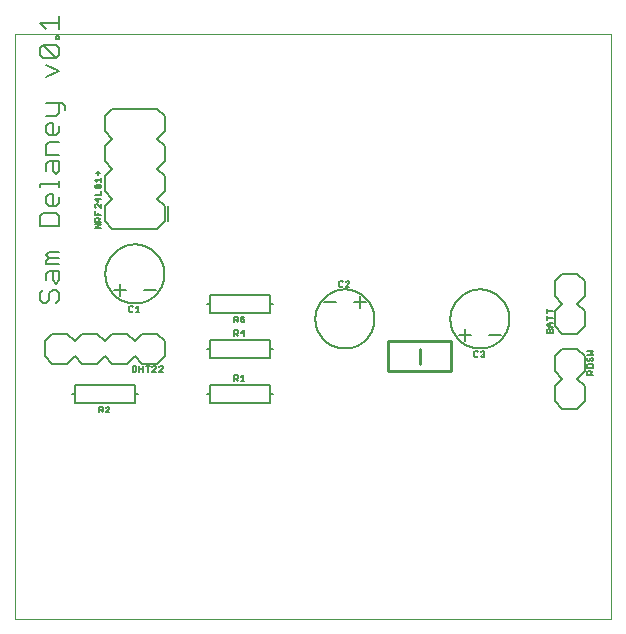
<source format=gto>
G75*
%MOIN*%
%OFA0B0*%
%FSLAX25Y25*%
%IPPOS*%
%LPD*%
%AMOC8*
5,1,8,0,0,1.08239X$1,22.5*
%
%ADD10C,0.00000*%
%ADD11C,0.00600*%
%ADD12C,0.00800*%
%ADD13C,0.00500*%
%ADD14C,0.01000*%
D10*
X0006800Y0006800D02*
X0006800Y0201761D01*
X0205501Y0201761D01*
X0205501Y0006800D01*
X0006800Y0006800D01*
D11*
X0016162Y0112100D02*
X0017230Y0112100D01*
X0018297Y0113168D01*
X0018297Y0115303D01*
X0019365Y0116370D01*
X0020432Y0116370D01*
X0021500Y0115303D01*
X0021500Y0113168D01*
X0020432Y0112100D01*
X0016162Y0112100D02*
X0015095Y0113168D01*
X0015095Y0115303D01*
X0016162Y0116370D01*
X0017230Y0119613D02*
X0017230Y0121748D01*
X0018297Y0122816D01*
X0021500Y0122816D01*
X0021500Y0119613D01*
X0020432Y0118545D01*
X0019365Y0119613D01*
X0019365Y0122816D01*
X0021500Y0124991D02*
X0017230Y0124991D01*
X0017230Y0126059D01*
X0018297Y0127126D01*
X0017230Y0128194D01*
X0018297Y0129261D01*
X0021500Y0129261D01*
X0021500Y0127126D02*
X0018297Y0127126D01*
X0015095Y0137882D02*
X0015095Y0141085D01*
X0016162Y0142152D01*
X0020432Y0142152D01*
X0021500Y0141085D01*
X0021500Y0137882D01*
X0015095Y0137882D01*
X0018297Y0144327D02*
X0017230Y0145395D01*
X0017230Y0147530D01*
X0018297Y0148598D01*
X0019365Y0148598D01*
X0019365Y0144327D01*
X0020432Y0144327D02*
X0018297Y0144327D01*
X0020432Y0144327D02*
X0021500Y0145395D01*
X0021500Y0147530D01*
X0021500Y0150773D02*
X0021500Y0152908D01*
X0021500Y0151841D02*
X0015095Y0151841D01*
X0015095Y0150773D01*
X0020432Y0155070D02*
X0019365Y0156138D01*
X0019365Y0159340D01*
X0018297Y0159340D02*
X0021500Y0159340D01*
X0021500Y0156138D01*
X0020432Y0155070D01*
X0017230Y0156138D02*
X0017230Y0158273D01*
X0018297Y0159340D01*
X0017230Y0161515D02*
X0017230Y0164718D01*
X0018297Y0165786D01*
X0021500Y0165786D01*
X0020432Y0167961D02*
X0018297Y0167961D01*
X0017230Y0169029D01*
X0017230Y0171164D01*
X0018297Y0172231D01*
X0019365Y0172231D01*
X0019365Y0167961D01*
X0020432Y0167961D02*
X0021500Y0169029D01*
X0021500Y0171164D01*
X0020432Y0174406D02*
X0021500Y0175474D01*
X0021500Y0178677D01*
X0022568Y0178677D02*
X0023635Y0177609D01*
X0023635Y0176542D01*
X0022568Y0178677D02*
X0017230Y0178677D01*
X0017230Y0174406D02*
X0020432Y0174406D01*
X0021500Y0161515D02*
X0017230Y0161515D01*
X0017230Y0187297D02*
X0021500Y0189433D01*
X0017230Y0191568D01*
X0016162Y0193743D02*
X0015095Y0194811D01*
X0015095Y0196946D01*
X0016162Y0198013D01*
X0020432Y0193743D01*
X0021500Y0194811D01*
X0021500Y0196946D01*
X0020432Y0198013D01*
X0016162Y0198013D01*
X0016162Y0193743D02*
X0020432Y0193743D01*
X0020432Y0200188D02*
X0020432Y0201256D01*
X0021500Y0201256D01*
X0021500Y0200188D01*
X0020432Y0200188D01*
X0021500Y0203411D02*
X0021500Y0207682D01*
X0021500Y0205546D02*
X0015095Y0205546D01*
X0017230Y0203411D01*
D12*
X0039300Y0176800D02*
X0054300Y0176800D01*
X0056800Y0174300D01*
X0056800Y0169300D01*
X0054300Y0166800D01*
X0056800Y0164300D01*
X0056800Y0159300D01*
X0054300Y0156800D01*
X0056800Y0154300D01*
X0056800Y0149300D01*
X0054300Y0146800D01*
X0056800Y0144300D01*
X0056800Y0139300D01*
X0054300Y0136800D01*
X0039300Y0136800D01*
X0036800Y0139300D01*
X0036800Y0144300D01*
X0039300Y0146800D01*
X0036800Y0149300D01*
X0036800Y0154300D01*
X0039300Y0156800D01*
X0036800Y0159300D01*
X0036800Y0164300D01*
X0039300Y0166800D01*
X0036800Y0169300D01*
X0036800Y0174300D01*
X0039300Y0176800D01*
X0057800Y0144300D02*
X0057800Y0139300D01*
X0056800Y0139300D02*
X0054300Y0136800D01*
X0039300Y0136800D01*
X0036800Y0139300D01*
X0036957Y0121800D02*
X0036960Y0122042D01*
X0036969Y0122283D01*
X0036984Y0122524D01*
X0037004Y0122765D01*
X0037031Y0123005D01*
X0037064Y0123244D01*
X0037102Y0123483D01*
X0037146Y0123720D01*
X0037196Y0123957D01*
X0037252Y0124192D01*
X0037314Y0124425D01*
X0037381Y0124657D01*
X0037454Y0124888D01*
X0037532Y0125116D01*
X0037617Y0125342D01*
X0037706Y0125567D01*
X0037801Y0125789D01*
X0037902Y0126008D01*
X0038008Y0126226D01*
X0038119Y0126440D01*
X0038236Y0126652D01*
X0038357Y0126860D01*
X0038484Y0127066D01*
X0038616Y0127268D01*
X0038753Y0127468D01*
X0038894Y0127663D01*
X0039040Y0127856D01*
X0039191Y0128044D01*
X0039347Y0128229D01*
X0039507Y0128410D01*
X0039671Y0128587D01*
X0039840Y0128760D01*
X0040013Y0128929D01*
X0040190Y0129093D01*
X0040371Y0129253D01*
X0040556Y0129409D01*
X0040744Y0129560D01*
X0040937Y0129706D01*
X0041132Y0129847D01*
X0041332Y0129984D01*
X0041534Y0130116D01*
X0041740Y0130243D01*
X0041948Y0130364D01*
X0042160Y0130481D01*
X0042374Y0130592D01*
X0042592Y0130698D01*
X0042811Y0130799D01*
X0043033Y0130894D01*
X0043258Y0130983D01*
X0043484Y0131068D01*
X0043712Y0131146D01*
X0043943Y0131219D01*
X0044175Y0131286D01*
X0044408Y0131348D01*
X0044643Y0131404D01*
X0044880Y0131454D01*
X0045117Y0131498D01*
X0045356Y0131536D01*
X0045595Y0131569D01*
X0045835Y0131596D01*
X0046076Y0131616D01*
X0046317Y0131631D01*
X0046558Y0131640D01*
X0046800Y0131643D01*
X0047042Y0131640D01*
X0047283Y0131631D01*
X0047524Y0131616D01*
X0047765Y0131596D01*
X0048005Y0131569D01*
X0048244Y0131536D01*
X0048483Y0131498D01*
X0048720Y0131454D01*
X0048957Y0131404D01*
X0049192Y0131348D01*
X0049425Y0131286D01*
X0049657Y0131219D01*
X0049888Y0131146D01*
X0050116Y0131068D01*
X0050342Y0130983D01*
X0050567Y0130894D01*
X0050789Y0130799D01*
X0051008Y0130698D01*
X0051226Y0130592D01*
X0051440Y0130481D01*
X0051652Y0130364D01*
X0051860Y0130243D01*
X0052066Y0130116D01*
X0052268Y0129984D01*
X0052468Y0129847D01*
X0052663Y0129706D01*
X0052856Y0129560D01*
X0053044Y0129409D01*
X0053229Y0129253D01*
X0053410Y0129093D01*
X0053587Y0128929D01*
X0053760Y0128760D01*
X0053929Y0128587D01*
X0054093Y0128410D01*
X0054253Y0128229D01*
X0054409Y0128044D01*
X0054560Y0127856D01*
X0054706Y0127663D01*
X0054847Y0127468D01*
X0054984Y0127268D01*
X0055116Y0127066D01*
X0055243Y0126860D01*
X0055364Y0126652D01*
X0055481Y0126440D01*
X0055592Y0126226D01*
X0055698Y0126008D01*
X0055799Y0125789D01*
X0055894Y0125567D01*
X0055983Y0125342D01*
X0056068Y0125116D01*
X0056146Y0124888D01*
X0056219Y0124657D01*
X0056286Y0124425D01*
X0056348Y0124192D01*
X0056404Y0123957D01*
X0056454Y0123720D01*
X0056498Y0123483D01*
X0056536Y0123244D01*
X0056569Y0123005D01*
X0056596Y0122765D01*
X0056616Y0122524D01*
X0056631Y0122283D01*
X0056640Y0122042D01*
X0056643Y0121800D01*
X0056640Y0121558D01*
X0056631Y0121317D01*
X0056616Y0121076D01*
X0056596Y0120835D01*
X0056569Y0120595D01*
X0056536Y0120356D01*
X0056498Y0120117D01*
X0056454Y0119880D01*
X0056404Y0119643D01*
X0056348Y0119408D01*
X0056286Y0119175D01*
X0056219Y0118943D01*
X0056146Y0118712D01*
X0056068Y0118484D01*
X0055983Y0118258D01*
X0055894Y0118033D01*
X0055799Y0117811D01*
X0055698Y0117592D01*
X0055592Y0117374D01*
X0055481Y0117160D01*
X0055364Y0116948D01*
X0055243Y0116740D01*
X0055116Y0116534D01*
X0054984Y0116332D01*
X0054847Y0116132D01*
X0054706Y0115937D01*
X0054560Y0115744D01*
X0054409Y0115556D01*
X0054253Y0115371D01*
X0054093Y0115190D01*
X0053929Y0115013D01*
X0053760Y0114840D01*
X0053587Y0114671D01*
X0053410Y0114507D01*
X0053229Y0114347D01*
X0053044Y0114191D01*
X0052856Y0114040D01*
X0052663Y0113894D01*
X0052468Y0113753D01*
X0052268Y0113616D01*
X0052066Y0113484D01*
X0051860Y0113357D01*
X0051652Y0113236D01*
X0051440Y0113119D01*
X0051226Y0113008D01*
X0051008Y0112902D01*
X0050789Y0112801D01*
X0050567Y0112706D01*
X0050342Y0112617D01*
X0050116Y0112532D01*
X0049888Y0112454D01*
X0049657Y0112381D01*
X0049425Y0112314D01*
X0049192Y0112252D01*
X0048957Y0112196D01*
X0048720Y0112146D01*
X0048483Y0112102D01*
X0048244Y0112064D01*
X0048005Y0112031D01*
X0047765Y0112004D01*
X0047524Y0111984D01*
X0047283Y0111969D01*
X0047042Y0111960D01*
X0046800Y0111957D01*
X0046558Y0111960D01*
X0046317Y0111969D01*
X0046076Y0111984D01*
X0045835Y0112004D01*
X0045595Y0112031D01*
X0045356Y0112064D01*
X0045117Y0112102D01*
X0044880Y0112146D01*
X0044643Y0112196D01*
X0044408Y0112252D01*
X0044175Y0112314D01*
X0043943Y0112381D01*
X0043712Y0112454D01*
X0043484Y0112532D01*
X0043258Y0112617D01*
X0043033Y0112706D01*
X0042811Y0112801D01*
X0042592Y0112902D01*
X0042374Y0113008D01*
X0042160Y0113119D01*
X0041948Y0113236D01*
X0041740Y0113357D01*
X0041534Y0113484D01*
X0041332Y0113616D01*
X0041132Y0113753D01*
X0040937Y0113894D01*
X0040744Y0114040D01*
X0040556Y0114191D01*
X0040371Y0114347D01*
X0040190Y0114507D01*
X0040013Y0114671D01*
X0039840Y0114840D01*
X0039671Y0115013D01*
X0039507Y0115190D01*
X0039347Y0115371D01*
X0039191Y0115556D01*
X0039040Y0115744D01*
X0038894Y0115937D01*
X0038753Y0116132D01*
X0038616Y0116332D01*
X0038484Y0116534D01*
X0038357Y0116740D01*
X0038236Y0116948D01*
X0038119Y0117160D01*
X0038008Y0117374D01*
X0037902Y0117592D01*
X0037801Y0117811D01*
X0037706Y0118033D01*
X0037617Y0118258D01*
X0037532Y0118484D01*
X0037454Y0118712D01*
X0037381Y0118943D01*
X0037314Y0119175D01*
X0037252Y0119408D01*
X0037196Y0119643D01*
X0037146Y0119880D01*
X0037102Y0120117D01*
X0037064Y0120356D01*
X0037031Y0120595D01*
X0037004Y0120835D01*
X0036984Y0121076D01*
X0036969Y0121317D01*
X0036960Y0121558D01*
X0036957Y0121800D01*
X0041879Y0118300D02*
X0041879Y0114300D01*
X0039879Y0116300D02*
X0043879Y0116300D01*
X0049721Y0116300D02*
X0053721Y0116300D01*
X0054300Y0101800D02*
X0049300Y0101800D01*
X0046800Y0099300D01*
X0044300Y0101800D01*
X0039300Y0101800D01*
X0036800Y0099300D01*
X0034300Y0101800D01*
X0029300Y0101800D01*
X0026800Y0099300D01*
X0024300Y0101800D01*
X0019300Y0101800D01*
X0016800Y0099300D01*
X0016800Y0094300D01*
X0019300Y0091800D01*
X0024300Y0091800D01*
X0026800Y0094300D01*
X0029300Y0091800D01*
X0034300Y0091800D01*
X0036800Y0094300D01*
X0039300Y0091800D01*
X0044300Y0091800D01*
X0046800Y0094300D01*
X0049300Y0091800D01*
X0054300Y0091800D01*
X0056800Y0094300D01*
X0056800Y0099300D01*
X0054300Y0101800D01*
X0070800Y0096800D02*
X0071800Y0096800D01*
X0071800Y0099800D01*
X0091800Y0099800D01*
X0091800Y0096800D01*
X0092800Y0096800D01*
X0091800Y0096800D02*
X0091800Y0093800D01*
X0071800Y0093800D01*
X0071800Y0096800D01*
X0071800Y0084800D02*
X0071800Y0081800D01*
X0070800Y0081800D01*
X0071800Y0081800D02*
X0071800Y0078800D01*
X0091800Y0078800D01*
X0091800Y0081800D01*
X0092800Y0081800D01*
X0091800Y0081800D02*
X0091800Y0084800D01*
X0071800Y0084800D01*
X0047800Y0081800D02*
X0046800Y0081800D01*
X0046800Y0078800D01*
X0026800Y0078800D01*
X0026800Y0081800D01*
X0025800Y0081800D01*
X0026800Y0081800D02*
X0026800Y0084800D01*
X0046800Y0084800D01*
X0046800Y0081800D01*
X0071800Y0108800D02*
X0071800Y0111800D01*
X0070800Y0111800D01*
X0071800Y0111800D02*
X0071800Y0114800D01*
X0091800Y0114800D01*
X0091800Y0111800D01*
X0092800Y0111800D01*
X0091800Y0111800D02*
X0091800Y0108800D01*
X0071800Y0108800D01*
X0109879Y0112300D02*
X0113879Y0112300D01*
X0106957Y0106800D02*
X0106960Y0107042D01*
X0106969Y0107283D01*
X0106984Y0107524D01*
X0107004Y0107765D01*
X0107031Y0108005D01*
X0107064Y0108244D01*
X0107102Y0108483D01*
X0107146Y0108720D01*
X0107196Y0108957D01*
X0107252Y0109192D01*
X0107314Y0109425D01*
X0107381Y0109657D01*
X0107454Y0109888D01*
X0107532Y0110116D01*
X0107617Y0110342D01*
X0107706Y0110567D01*
X0107801Y0110789D01*
X0107902Y0111008D01*
X0108008Y0111226D01*
X0108119Y0111440D01*
X0108236Y0111652D01*
X0108357Y0111860D01*
X0108484Y0112066D01*
X0108616Y0112268D01*
X0108753Y0112468D01*
X0108894Y0112663D01*
X0109040Y0112856D01*
X0109191Y0113044D01*
X0109347Y0113229D01*
X0109507Y0113410D01*
X0109671Y0113587D01*
X0109840Y0113760D01*
X0110013Y0113929D01*
X0110190Y0114093D01*
X0110371Y0114253D01*
X0110556Y0114409D01*
X0110744Y0114560D01*
X0110937Y0114706D01*
X0111132Y0114847D01*
X0111332Y0114984D01*
X0111534Y0115116D01*
X0111740Y0115243D01*
X0111948Y0115364D01*
X0112160Y0115481D01*
X0112374Y0115592D01*
X0112592Y0115698D01*
X0112811Y0115799D01*
X0113033Y0115894D01*
X0113258Y0115983D01*
X0113484Y0116068D01*
X0113712Y0116146D01*
X0113943Y0116219D01*
X0114175Y0116286D01*
X0114408Y0116348D01*
X0114643Y0116404D01*
X0114880Y0116454D01*
X0115117Y0116498D01*
X0115356Y0116536D01*
X0115595Y0116569D01*
X0115835Y0116596D01*
X0116076Y0116616D01*
X0116317Y0116631D01*
X0116558Y0116640D01*
X0116800Y0116643D01*
X0117042Y0116640D01*
X0117283Y0116631D01*
X0117524Y0116616D01*
X0117765Y0116596D01*
X0118005Y0116569D01*
X0118244Y0116536D01*
X0118483Y0116498D01*
X0118720Y0116454D01*
X0118957Y0116404D01*
X0119192Y0116348D01*
X0119425Y0116286D01*
X0119657Y0116219D01*
X0119888Y0116146D01*
X0120116Y0116068D01*
X0120342Y0115983D01*
X0120567Y0115894D01*
X0120789Y0115799D01*
X0121008Y0115698D01*
X0121226Y0115592D01*
X0121440Y0115481D01*
X0121652Y0115364D01*
X0121860Y0115243D01*
X0122066Y0115116D01*
X0122268Y0114984D01*
X0122468Y0114847D01*
X0122663Y0114706D01*
X0122856Y0114560D01*
X0123044Y0114409D01*
X0123229Y0114253D01*
X0123410Y0114093D01*
X0123587Y0113929D01*
X0123760Y0113760D01*
X0123929Y0113587D01*
X0124093Y0113410D01*
X0124253Y0113229D01*
X0124409Y0113044D01*
X0124560Y0112856D01*
X0124706Y0112663D01*
X0124847Y0112468D01*
X0124984Y0112268D01*
X0125116Y0112066D01*
X0125243Y0111860D01*
X0125364Y0111652D01*
X0125481Y0111440D01*
X0125592Y0111226D01*
X0125698Y0111008D01*
X0125799Y0110789D01*
X0125894Y0110567D01*
X0125983Y0110342D01*
X0126068Y0110116D01*
X0126146Y0109888D01*
X0126219Y0109657D01*
X0126286Y0109425D01*
X0126348Y0109192D01*
X0126404Y0108957D01*
X0126454Y0108720D01*
X0126498Y0108483D01*
X0126536Y0108244D01*
X0126569Y0108005D01*
X0126596Y0107765D01*
X0126616Y0107524D01*
X0126631Y0107283D01*
X0126640Y0107042D01*
X0126643Y0106800D01*
X0126640Y0106558D01*
X0126631Y0106317D01*
X0126616Y0106076D01*
X0126596Y0105835D01*
X0126569Y0105595D01*
X0126536Y0105356D01*
X0126498Y0105117D01*
X0126454Y0104880D01*
X0126404Y0104643D01*
X0126348Y0104408D01*
X0126286Y0104175D01*
X0126219Y0103943D01*
X0126146Y0103712D01*
X0126068Y0103484D01*
X0125983Y0103258D01*
X0125894Y0103033D01*
X0125799Y0102811D01*
X0125698Y0102592D01*
X0125592Y0102374D01*
X0125481Y0102160D01*
X0125364Y0101948D01*
X0125243Y0101740D01*
X0125116Y0101534D01*
X0124984Y0101332D01*
X0124847Y0101132D01*
X0124706Y0100937D01*
X0124560Y0100744D01*
X0124409Y0100556D01*
X0124253Y0100371D01*
X0124093Y0100190D01*
X0123929Y0100013D01*
X0123760Y0099840D01*
X0123587Y0099671D01*
X0123410Y0099507D01*
X0123229Y0099347D01*
X0123044Y0099191D01*
X0122856Y0099040D01*
X0122663Y0098894D01*
X0122468Y0098753D01*
X0122268Y0098616D01*
X0122066Y0098484D01*
X0121860Y0098357D01*
X0121652Y0098236D01*
X0121440Y0098119D01*
X0121226Y0098008D01*
X0121008Y0097902D01*
X0120789Y0097801D01*
X0120567Y0097706D01*
X0120342Y0097617D01*
X0120116Y0097532D01*
X0119888Y0097454D01*
X0119657Y0097381D01*
X0119425Y0097314D01*
X0119192Y0097252D01*
X0118957Y0097196D01*
X0118720Y0097146D01*
X0118483Y0097102D01*
X0118244Y0097064D01*
X0118005Y0097031D01*
X0117765Y0097004D01*
X0117524Y0096984D01*
X0117283Y0096969D01*
X0117042Y0096960D01*
X0116800Y0096957D01*
X0116558Y0096960D01*
X0116317Y0096969D01*
X0116076Y0096984D01*
X0115835Y0097004D01*
X0115595Y0097031D01*
X0115356Y0097064D01*
X0115117Y0097102D01*
X0114880Y0097146D01*
X0114643Y0097196D01*
X0114408Y0097252D01*
X0114175Y0097314D01*
X0113943Y0097381D01*
X0113712Y0097454D01*
X0113484Y0097532D01*
X0113258Y0097617D01*
X0113033Y0097706D01*
X0112811Y0097801D01*
X0112592Y0097902D01*
X0112374Y0098008D01*
X0112160Y0098119D01*
X0111948Y0098236D01*
X0111740Y0098357D01*
X0111534Y0098484D01*
X0111332Y0098616D01*
X0111132Y0098753D01*
X0110937Y0098894D01*
X0110744Y0099040D01*
X0110556Y0099191D01*
X0110371Y0099347D01*
X0110190Y0099507D01*
X0110013Y0099671D01*
X0109840Y0099840D01*
X0109671Y0100013D01*
X0109507Y0100190D01*
X0109347Y0100371D01*
X0109191Y0100556D01*
X0109040Y0100744D01*
X0108894Y0100937D01*
X0108753Y0101132D01*
X0108616Y0101332D01*
X0108484Y0101534D01*
X0108357Y0101740D01*
X0108236Y0101948D01*
X0108119Y0102160D01*
X0108008Y0102374D01*
X0107902Y0102592D01*
X0107801Y0102811D01*
X0107706Y0103033D01*
X0107617Y0103258D01*
X0107532Y0103484D01*
X0107454Y0103712D01*
X0107381Y0103943D01*
X0107314Y0104175D01*
X0107252Y0104408D01*
X0107196Y0104643D01*
X0107146Y0104880D01*
X0107102Y0105117D01*
X0107064Y0105356D01*
X0107031Y0105595D01*
X0107004Y0105835D01*
X0106984Y0106076D01*
X0106969Y0106317D01*
X0106960Y0106558D01*
X0106957Y0106800D01*
X0119721Y0112300D02*
X0123721Y0112300D01*
X0121721Y0114300D02*
X0121721Y0110300D01*
X0154879Y0101300D02*
X0158879Y0101300D01*
X0156879Y0099300D02*
X0156879Y0103300D01*
X0151957Y0106800D02*
X0151960Y0107042D01*
X0151969Y0107283D01*
X0151984Y0107524D01*
X0152004Y0107765D01*
X0152031Y0108005D01*
X0152064Y0108244D01*
X0152102Y0108483D01*
X0152146Y0108720D01*
X0152196Y0108957D01*
X0152252Y0109192D01*
X0152314Y0109425D01*
X0152381Y0109657D01*
X0152454Y0109888D01*
X0152532Y0110116D01*
X0152617Y0110342D01*
X0152706Y0110567D01*
X0152801Y0110789D01*
X0152902Y0111008D01*
X0153008Y0111226D01*
X0153119Y0111440D01*
X0153236Y0111652D01*
X0153357Y0111860D01*
X0153484Y0112066D01*
X0153616Y0112268D01*
X0153753Y0112468D01*
X0153894Y0112663D01*
X0154040Y0112856D01*
X0154191Y0113044D01*
X0154347Y0113229D01*
X0154507Y0113410D01*
X0154671Y0113587D01*
X0154840Y0113760D01*
X0155013Y0113929D01*
X0155190Y0114093D01*
X0155371Y0114253D01*
X0155556Y0114409D01*
X0155744Y0114560D01*
X0155937Y0114706D01*
X0156132Y0114847D01*
X0156332Y0114984D01*
X0156534Y0115116D01*
X0156740Y0115243D01*
X0156948Y0115364D01*
X0157160Y0115481D01*
X0157374Y0115592D01*
X0157592Y0115698D01*
X0157811Y0115799D01*
X0158033Y0115894D01*
X0158258Y0115983D01*
X0158484Y0116068D01*
X0158712Y0116146D01*
X0158943Y0116219D01*
X0159175Y0116286D01*
X0159408Y0116348D01*
X0159643Y0116404D01*
X0159880Y0116454D01*
X0160117Y0116498D01*
X0160356Y0116536D01*
X0160595Y0116569D01*
X0160835Y0116596D01*
X0161076Y0116616D01*
X0161317Y0116631D01*
X0161558Y0116640D01*
X0161800Y0116643D01*
X0162042Y0116640D01*
X0162283Y0116631D01*
X0162524Y0116616D01*
X0162765Y0116596D01*
X0163005Y0116569D01*
X0163244Y0116536D01*
X0163483Y0116498D01*
X0163720Y0116454D01*
X0163957Y0116404D01*
X0164192Y0116348D01*
X0164425Y0116286D01*
X0164657Y0116219D01*
X0164888Y0116146D01*
X0165116Y0116068D01*
X0165342Y0115983D01*
X0165567Y0115894D01*
X0165789Y0115799D01*
X0166008Y0115698D01*
X0166226Y0115592D01*
X0166440Y0115481D01*
X0166652Y0115364D01*
X0166860Y0115243D01*
X0167066Y0115116D01*
X0167268Y0114984D01*
X0167468Y0114847D01*
X0167663Y0114706D01*
X0167856Y0114560D01*
X0168044Y0114409D01*
X0168229Y0114253D01*
X0168410Y0114093D01*
X0168587Y0113929D01*
X0168760Y0113760D01*
X0168929Y0113587D01*
X0169093Y0113410D01*
X0169253Y0113229D01*
X0169409Y0113044D01*
X0169560Y0112856D01*
X0169706Y0112663D01*
X0169847Y0112468D01*
X0169984Y0112268D01*
X0170116Y0112066D01*
X0170243Y0111860D01*
X0170364Y0111652D01*
X0170481Y0111440D01*
X0170592Y0111226D01*
X0170698Y0111008D01*
X0170799Y0110789D01*
X0170894Y0110567D01*
X0170983Y0110342D01*
X0171068Y0110116D01*
X0171146Y0109888D01*
X0171219Y0109657D01*
X0171286Y0109425D01*
X0171348Y0109192D01*
X0171404Y0108957D01*
X0171454Y0108720D01*
X0171498Y0108483D01*
X0171536Y0108244D01*
X0171569Y0108005D01*
X0171596Y0107765D01*
X0171616Y0107524D01*
X0171631Y0107283D01*
X0171640Y0107042D01*
X0171643Y0106800D01*
X0171640Y0106558D01*
X0171631Y0106317D01*
X0171616Y0106076D01*
X0171596Y0105835D01*
X0171569Y0105595D01*
X0171536Y0105356D01*
X0171498Y0105117D01*
X0171454Y0104880D01*
X0171404Y0104643D01*
X0171348Y0104408D01*
X0171286Y0104175D01*
X0171219Y0103943D01*
X0171146Y0103712D01*
X0171068Y0103484D01*
X0170983Y0103258D01*
X0170894Y0103033D01*
X0170799Y0102811D01*
X0170698Y0102592D01*
X0170592Y0102374D01*
X0170481Y0102160D01*
X0170364Y0101948D01*
X0170243Y0101740D01*
X0170116Y0101534D01*
X0169984Y0101332D01*
X0169847Y0101132D01*
X0169706Y0100937D01*
X0169560Y0100744D01*
X0169409Y0100556D01*
X0169253Y0100371D01*
X0169093Y0100190D01*
X0168929Y0100013D01*
X0168760Y0099840D01*
X0168587Y0099671D01*
X0168410Y0099507D01*
X0168229Y0099347D01*
X0168044Y0099191D01*
X0167856Y0099040D01*
X0167663Y0098894D01*
X0167468Y0098753D01*
X0167268Y0098616D01*
X0167066Y0098484D01*
X0166860Y0098357D01*
X0166652Y0098236D01*
X0166440Y0098119D01*
X0166226Y0098008D01*
X0166008Y0097902D01*
X0165789Y0097801D01*
X0165567Y0097706D01*
X0165342Y0097617D01*
X0165116Y0097532D01*
X0164888Y0097454D01*
X0164657Y0097381D01*
X0164425Y0097314D01*
X0164192Y0097252D01*
X0163957Y0097196D01*
X0163720Y0097146D01*
X0163483Y0097102D01*
X0163244Y0097064D01*
X0163005Y0097031D01*
X0162765Y0097004D01*
X0162524Y0096984D01*
X0162283Y0096969D01*
X0162042Y0096960D01*
X0161800Y0096957D01*
X0161558Y0096960D01*
X0161317Y0096969D01*
X0161076Y0096984D01*
X0160835Y0097004D01*
X0160595Y0097031D01*
X0160356Y0097064D01*
X0160117Y0097102D01*
X0159880Y0097146D01*
X0159643Y0097196D01*
X0159408Y0097252D01*
X0159175Y0097314D01*
X0158943Y0097381D01*
X0158712Y0097454D01*
X0158484Y0097532D01*
X0158258Y0097617D01*
X0158033Y0097706D01*
X0157811Y0097801D01*
X0157592Y0097902D01*
X0157374Y0098008D01*
X0157160Y0098119D01*
X0156948Y0098236D01*
X0156740Y0098357D01*
X0156534Y0098484D01*
X0156332Y0098616D01*
X0156132Y0098753D01*
X0155937Y0098894D01*
X0155744Y0099040D01*
X0155556Y0099191D01*
X0155371Y0099347D01*
X0155190Y0099507D01*
X0155013Y0099671D01*
X0154840Y0099840D01*
X0154671Y0100013D01*
X0154507Y0100190D01*
X0154347Y0100371D01*
X0154191Y0100556D01*
X0154040Y0100744D01*
X0153894Y0100937D01*
X0153753Y0101132D01*
X0153616Y0101332D01*
X0153484Y0101534D01*
X0153357Y0101740D01*
X0153236Y0101948D01*
X0153119Y0102160D01*
X0153008Y0102374D01*
X0152902Y0102592D01*
X0152801Y0102811D01*
X0152706Y0103033D01*
X0152617Y0103258D01*
X0152532Y0103484D01*
X0152454Y0103712D01*
X0152381Y0103943D01*
X0152314Y0104175D01*
X0152252Y0104408D01*
X0152196Y0104643D01*
X0152146Y0104880D01*
X0152102Y0105117D01*
X0152064Y0105356D01*
X0152031Y0105595D01*
X0152004Y0105835D01*
X0151984Y0106076D01*
X0151969Y0106317D01*
X0151960Y0106558D01*
X0151957Y0106800D01*
X0164721Y0101300D02*
X0168721Y0101300D01*
X0186800Y0104300D02*
X0189300Y0101800D01*
X0194300Y0101800D01*
X0196800Y0104300D01*
X0196800Y0109300D01*
X0194300Y0111800D01*
X0196800Y0114300D01*
X0196800Y0119300D01*
X0194300Y0121800D01*
X0189300Y0121800D01*
X0186800Y0119300D01*
X0186800Y0114300D01*
X0189300Y0111800D01*
X0186800Y0109300D01*
X0186800Y0104300D01*
X0189300Y0096800D02*
X0186800Y0094300D01*
X0186800Y0089300D01*
X0189300Y0086800D01*
X0186800Y0084300D01*
X0186800Y0079300D01*
X0189300Y0076800D01*
X0194300Y0076800D01*
X0196800Y0079300D01*
X0196800Y0084300D01*
X0194300Y0086800D01*
X0196800Y0089300D01*
X0196800Y0094300D01*
X0194300Y0096800D01*
X0189300Y0096800D01*
D13*
X0186050Y0102050D02*
X0184148Y0102050D01*
X0184148Y0103001D01*
X0184465Y0103318D01*
X0184782Y0103318D01*
X0185099Y0103001D01*
X0185099Y0102050D01*
X0185099Y0103001D02*
X0185416Y0103318D01*
X0185733Y0103318D01*
X0186050Y0103001D01*
X0186050Y0102050D01*
X0186050Y0104260D02*
X0184782Y0104260D01*
X0184148Y0104894D01*
X0184782Y0105528D01*
X0186050Y0105528D01*
X0185099Y0105528D02*
X0185099Y0104260D01*
X0184148Y0106470D02*
X0184148Y0107737D01*
X0184148Y0107104D02*
X0186050Y0107104D01*
X0186050Y0109314D02*
X0184148Y0109314D01*
X0184148Y0109947D02*
X0184148Y0108680D01*
X0197548Y0096108D02*
X0199450Y0096108D01*
X0198816Y0095474D01*
X0199450Y0094840D01*
X0197548Y0094840D01*
X0197865Y0093898D02*
X0197548Y0093581D01*
X0197548Y0092947D01*
X0197865Y0092630D01*
X0198182Y0092630D01*
X0198499Y0092947D01*
X0198499Y0093581D01*
X0198816Y0093898D01*
X0199133Y0093898D01*
X0199450Y0093581D01*
X0199450Y0092947D01*
X0199133Y0092630D01*
X0199133Y0091688D02*
X0197865Y0091688D01*
X0197548Y0091371D01*
X0197548Y0090420D01*
X0199450Y0090420D01*
X0199450Y0091371D01*
X0199133Y0091688D01*
X0199450Y0089478D02*
X0198816Y0088844D01*
X0198816Y0089161D02*
X0198816Y0088210D01*
X0199450Y0088210D02*
X0197548Y0088210D01*
X0197548Y0089161D01*
X0197865Y0089478D01*
X0198499Y0089478D01*
X0198816Y0089161D01*
X0163318Y0094467D02*
X0163001Y0094150D01*
X0162367Y0094150D01*
X0162050Y0094467D01*
X0162684Y0095101D02*
X0163001Y0095101D01*
X0163318Y0094784D01*
X0163318Y0094467D01*
X0163001Y0095101D02*
X0163318Y0095418D01*
X0163318Y0095735D01*
X0163001Y0096052D01*
X0162367Y0096052D01*
X0162050Y0095735D01*
X0161108Y0095735D02*
X0160791Y0096052D01*
X0160157Y0096052D01*
X0159840Y0095735D01*
X0159840Y0094467D01*
X0160157Y0094150D01*
X0160791Y0094150D01*
X0161108Y0094467D01*
X0118318Y0117550D02*
X0117050Y0117550D01*
X0118318Y0118818D01*
X0118318Y0119135D01*
X0118001Y0119452D01*
X0117367Y0119452D01*
X0117050Y0119135D01*
X0116108Y0119135D02*
X0115791Y0119452D01*
X0115157Y0119452D01*
X0114840Y0119135D01*
X0114840Y0117867D01*
X0115157Y0117550D01*
X0115791Y0117550D01*
X0116108Y0117867D01*
X0083318Y0107552D02*
X0082050Y0107552D01*
X0082050Y0106601D01*
X0082684Y0106918D01*
X0083001Y0106918D01*
X0083318Y0106601D01*
X0083318Y0105967D01*
X0083001Y0105650D01*
X0082367Y0105650D01*
X0082050Y0105967D01*
X0081108Y0105650D02*
X0080474Y0106284D01*
X0080791Y0106284D02*
X0079840Y0106284D01*
X0079840Y0105650D02*
X0079840Y0107552D01*
X0080791Y0107552D01*
X0081108Y0107235D01*
X0081108Y0106601D01*
X0080791Y0106284D01*
X0080791Y0102952D02*
X0081108Y0102635D01*
X0081108Y0102001D01*
X0080791Y0101684D01*
X0079840Y0101684D01*
X0080474Y0101684D02*
X0081108Y0101050D01*
X0079840Y0101050D02*
X0079840Y0102952D01*
X0080791Y0102952D01*
X0082050Y0102001D02*
X0083318Y0102001D01*
X0083001Y0102952D02*
X0082050Y0102001D01*
X0083001Y0101050D02*
X0083001Y0102952D01*
X0082684Y0087952D02*
X0082684Y0086050D01*
X0082050Y0086050D02*
X0083318Y0086050D01*
X0082050Y0087318D02*
X0082684Y0087952D01*
X0081108Y0087635D02*
X0081108Y0087001D01*
X0080791Y0086684D01*
X0079840Y0086684D01*
X0080474Y0086684D02*
X0081108Y0086050D01*
X0079840Y0086050D02*
X0079840Y0087952D01*
X0080791Y0087952D01*
X0081108Y0087635D01*
X0056108Y0089150D02*
X0054840Y0089150D01*
X0056108Y0090418D01*
X0056108Y0090735D01*
X0055791Y0091052D01*
X0055157Y0091052D01*
X0054840Y0090735D01*
X0053898Y0090735D02*
X0053581Y0091052D01*
X0052947Y0091052D01*
X0052630Y0090735D01*
X0051688Y0091052D02*
X0050420Y0091052D01*
X0051054Y0091052D02*
X0051054Y0089150D01*
X0049478Y0089150D02*
X0049478Y0091052D01*
X0049478Y0090101D02*
X0048210Y0090101D01*
X0048210Y0089150D02*
X0048210Y0091052D01*
X0047268Y0090735D02*
X0046951Y0091052D01*
X0046001Y0091052D01*
X0046001Y0089150D01*
X0046951Y0089150D01*
X0047268Y0089467D01*
X0047268Y0090735D01*
X0052630Y0089150D02*
X0053898Y0090418D01*
X0053898Y0090735D01*
X0053898Y0089150D02*
X0052630Y0089150D01*
X0038318Y0077235D02*
X0038001Y0077552D01*
X0037367Y0077552D01*
X0037050Y0077235D01*
X0036108Y0077235D02*
X0036108Y0076601D01*
X0035791Y0076284D01*
X0034840Y0076284D01*
X0035474Y0076284D02*
X0036108Y0075650D01*
X0037050Y0075650D02*
X0038318Y0076918D01*
X0038318Y0077235D01*
X0038318Y0075650D02*
X0037050Y0075650D01*
X0036108Y0077235D02*
X0035791Y0077552D01*
X0034840Y0077552D01*
X0034840Y0075650D01*
X0045157Y0109150D02*
X0044840Y0109467D01*
X0044840Y0110735D01*
X0045157Y0111052D01*
X0045791Y0111052D01*
X0046108Y0110735D01*
X0047050Y0110418D02*
X0047684Y0111052D01*
X0047684Y0109150D01*
X0047050Y0109150D02*
X0048318Y0109150D01*
X0046108Y0109467D02*
X0045791Y0109150D01*
X0045157Y0109150D01*
X0035550Y0137050D02*
X0033648Y0137050D01*
X0035550Y0138318D01*
X0033648Y0138318D01*
X0033648Y0139260D02*
X0033648Y0140211D01*
X0033965Y0140528D01*
X0034599Y0140528D01*
X0034916Y0140211D01*
X0034916Y0139260D01*
X0034916Y0139894D02*
X0035550Y0140528D01*
X0035550Y0141470D02*
X0033648Y0141470D01*
X0033648Y0142738D01*
X0033965Y0143680D02*
X0033648Y0143997D01*
X0033648Y0144630D01*
X0033965Y0144947D01*
X0034282Y0144947D01*
X0035550Y0143680D01*
X0035550Y0144947D01*
X0034599Y0145890D02*
X0034599Y0147157D01*
X0033648Y0146840D02*
X0034599Y0145890D01*
X0035550Y0146840D02*
X0033648Y0146840D01*
X0033648Y0148099D02*
X0035550Y0148099D01*
X0035550Y0149367D01*
X0035233Y0150309D02*
X0033965Y0151577D01*
X0035233Y0151577D01*
X0035550Y0151260D01*
X0035550Y0150626D01*
X0035233Y0150309D01*
X0033965Y0150309D01*
X0033648Y0150626D01*
X0033648Y0151260D01*
X0033965Y0151577D01*
X0034282Y0152519D02*
X0033648Y0153153D01*
X0035550Y0153153D01*
X0035550Y0152519D02*
X0035550Y0153787D01*
X0034599Y0154729D02*
X0034599Y0155997D01*
X0033965Y0155363D02*
X0035233Y0155363D01*
X0034599Y0142104D02*
X0034599Y0141470D01*
X0035550Y0139260D02*
X0033648Y0139260D01*
D14*
X0131300Y0099300D02*
X0131300Y0089300D01*
X0152300Y0089300D01*
X0152300Y0099300D01*
X0131300Y0099300D01*
X0141800Y0096800D02*
X0141800Y0091800D01*
M02*

</source>
